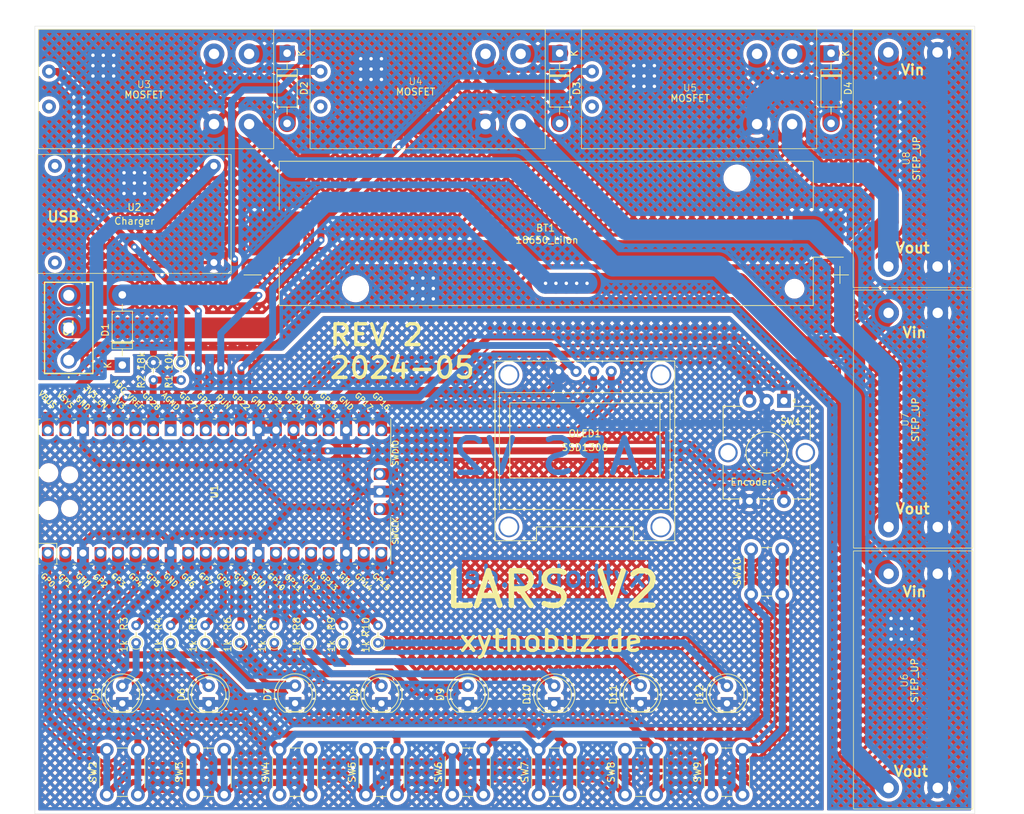
<source format=kicad_pcb>
(kicad_pcb
	(version 20240108)
	(generator "pcbnew")
	(generator_version "8.0")
	(general
		(thickness 1.6)
		(legacy_teardrops no)
	)
	(paper "A4")
	(title_block
		(title "LARS V2")
		(date "2024-05-14")
		(rev "2")
		(comment 1 "https://git.xythobuz.de/thomas/drumkit")
		(comment 2 "Licensed under the CERN-OHL-S-2.0+")
		(comment 4 "Copyright (c) 2024 Thomas Buck, Kauzerei")
	)
	(layers
		(0 "F.Cu" signal)
		(31 "B.Cu" signal)
		(32 "B.Adhes" user "B.Adhesive")
		(33 "F.Adhes" user "F.Adhesive")
		(34 "B.Paste" user)
		(35 "F.Paste" user)
		(36 "B.SilkS" user "B.Silkscreen")
		(37 "F.SilkS" user "F.Silkscreen")
		(38 "B.Mask" user)
		(39 "F.Mask" user)
		(40 "Dwgs.User" user "User.Drawings")
		(41 "Cmts.User" user "User.Comments")
		(42 "Eco1.User" user "User.Eco1")
		(43 "Eco2.User" user "User.Eco2")
		(44 "Edge.Cuts" user)
		(45 "Margin" user)
		(46 "B.CrtYd" user "B.Courtyard")
		(47 "F.CrtYd" user "F.Courtyard")
		(48 "B.Fab" user)
		(49 "F.Fab" user)
		(50 "User.1" user)
		(51 "User.2" user)
		(52 "User.3" user)
		(53 "User.4" user)
		(54 "User.5" user)
		(55 "User.6" user)
		(56 "User.7" user)
		(57 "User.8" user)
		(58 "User.9" user)
	)
	(setup
		(pad_to_mask_clearance 0)
		(allow_soldermask_bridges_in_footprints no)
		(pcbplotparams
			(layerselection 0x00010fc_ffffffff)
			(plot_on_all_layers_selection 0x0000000_00000000)
			(disableapertmacros no)
			(usegerberextensions no)
			(usegerberattributes yes)
			(usegerberadvancedattributes yes)
			(creategerberjobfile yes)
			(dashed_line_dash_ratio 12.000000)
			(dashed_line_gap_ratio 3.000000)
			(svgprecision 4)
			(plotframeref no)
			(viasonmask no)
			(mode 1)
			(useauxorigin no)
			(hpglpennumber 1)
			(hpglpenspeed 20)
			(hpglpendiameter 15.000000)
			(pdf_front_fp_property_popups yes)
			(pdf_back_fp_property_popups yes)
			(dxfpolygonmode yes)
			(dxfimperialunits yes)
			(dxfusepcbnewfont yes)
			(psnegative no)
			(psa4output no)
			(plotreference yes)
			(plotvalue yes)
			(plotfptext yes)
			(plotinvisibletext no)
			(sketchpadsonfab no)
			(subtractmaskfromsilk no)
			(outputformat 1)
			(mirror no)
			(drillshape 1)
			(scaleselection 1)
			(outputdirectory "")
		)
	)
	(net 0 "")
	(net 1 "unconnected-(U1-SWDIO-Pad43)")
	(net 2 "Net-(OLED1-SCL)")
	(net 3 "+BATT")
	(net 4 "unconnected-(U1-RUN-Pad30)")
	(net 5 "unconnected-(U1-ADC_VREF-Pad35)")
	(net 6 "Net-(OLED1-SDA)")
	(net 7 "Net-(U1-GPIO27_ADC1)")
	(net 8 "Net-(U1-GPIO0)")
	(net 9 "Net-(U1-GPIO3)")
	(net 10 "Net-(D1-K)")
	(net 11 "Net-(U1-GPIO4)")
	(net 12 "Net-(U1-GPIO20)")
	(net 13 "unconnected-(U1-VBUS-Pad40)")
	(net 14 "Net-(U1-GPIO28_ADC2)")
	(net 15 "unconnected-(U1-3V3_EN-Pad37)")
	(net 16 "Net-(U1-GPIO19)")
	(net 17 "Net-(U1-GPIO5)")
	(net 18 "Net-(U1-GPIO1)")
	(net 19 "Net-(U1-GPIO2)")
	(net 20 "unconnected-(U1-SWCLK-Pad41)")
	(net 21 "unconnected-(U1-AGND-Pad33)")
	(net 22 "Net-(D5-A)")
	(net 23 "Net-(D6-A)")
	(net 24 "unconnected-(U1-GPIO14-Pad19)")
	(net 25 "unconnected-(U1-GPIO15-Pad20)")
	(net 26 "Net-(U1-GPIO18)")
	(net 27 "+3.3V")
	(net 28 "-BATT")
	(net 29 "unconnected-(U2-Vin+-Pad1)")
	(net 30 "unconnected-(U2-Vin--Pad2)")
	(net 31 "Net-(D7-A)")
	(net 32 "Net-(D8-A)")
	(net 33 "Net-(D9-A)")
	(net 34 "Net-(D10-A)")
	(net 35 "Net-(D11-A)")
	(net 36 "Net-(D12-A)")
	(net 37 "Net-(U1-GPIO6)")
	(net 38 "Net-(U1-GPIO7)")
	(net 39 "Net-(D2-A)")
	(net 40 "Net-(D2-K)")
	(net 41 "unconnected-(U3-GND-Pad5)")
	(net 42 "Net-(D3-K)")
	(net 43 "Net-(D3-A)")
	(net 44 "unconnected-(U4-GND-Pad5)")
	(net 45 "Net-(D4-A)")
	(net 46 "Net-(D4-K)")
	(net 47 "Net-(U3-Vin+)")
	(net 48 "unconnected-(U5-GND-Pad5)")
	(net 49 "Net-(U4-Vin+)")
	(net 50 "Net-(U5-Vin+)")
	(net 51 "Net-(U1-GPIO8)")
	(net 52 "Net-(U1-GPIO9)")
	(net 53 "Net-(U1-GPIO10)")
	(net 54 "Net-(U1-GPIO11)")
	(net 55 "Net-(U1-GPIO12)")
	(net 56 "Net-(U1-GPIO13)")
	(net 57 "Net-(U1-GPIO22)")
	(net 58 "Net-(U1-GPIO26_ADC0)")
	(net 59 "Net-(BT1-+)")
	(net 60 "Net-(S1-NO)")
	(footprint "Button_Switch_THT:SW_PUSH_6mm_H5mm" (layer "F.Cu") (at 93.25 152 90))
	(footprint "chinese_modules:xy-mos" (layer "F.Cu") (at 117.406 41.244 180))
	(footprint "Resistor_THT:R_Axial_DIN0204_L3.6mm_D1.6mm_P2.54mm_Vertical" (layer "F.Cu") (at 122.5 130.04 90))
	(footprint "Button_Switch_THT:SW_PUSH_6mm_H5mm" (layer "F.Cu") (at 105.75 152 90))
	(footprint "Diode_THT:D_DO-41_SOD81_P10.16mm_Horizontal" (layer "F.Cu") (at 198.068 44.7 -90))
	(footprint "chinese_modules:dc-dc module" (layer "F.Cu") (at 208.388 57.28 -90))
	(footprint "Button_Switch_THT:SW_PUSH_6mm_H5mm" (layer "F.Cu") (at 155.75 152 90))
	(footprint "Rotary_Encoder:RotaryEncoder_Alps_EC12E-Switch_Vertical_H20mm_CircularMountingHoles" (layer "F.Cu") (at 191.25 95 -90))
	(footprint "Resistor_THT:R_Axial_DIN0204_L3.6mm_D1.6mm_P2.54mm_Vertical" (layer "F.Cu") (at 112.5 130.04 90))
	(footprint "Button_Switch_THT:SW_PUSH_6mm_H5mm" (layer "F.Cu") (at 130.75 152 90))
	(footprint "Button_Switch_THT:SW_PUSH_6mm_H5mm" (layer "F.Cu") (at 118.25 152 90))
	(footprint "Resistor_THT:R_Axial_DIN0204_L3.6mm_D1.6mm_P2.54mm_Vertical" (layer "F.Cu") (at 107.5 130.04 90))
	(footprint "KiCad-RP-Pico:RPi_Pico_SMD_TH" (layer "F.Cu") (at 108.85 108.14 90))
	(footprint "chinese_modules:dc-dc module" (layer "F.Cu") (at 208.42 94.98 -90))
	(footprint "Diode_THT:D_DO-41_SOD81_P10.16mm_Horizontal" (layer "F.Cu") (at 119.35 44.7 -90))
	(footprint "LED_THT:LED_D5.0mm" (layer "F.Cu") (at 183 138.79 90))
	(footprint "Resistor_THT:R_Axial_DIN0204_L3.6mm_D1.6mm_P2.54mm_Vertical" (layer "F.Cu") (at 97.5 130.04 90))
	(footprint "chinese_modules:xy-mos" (layer "F.Cu") (at 195.986 41.244 180))
	(footprint "ssd1306:SSD1306_0.96_Oled" (layer "F.Cu") (at 149.44 115.25))
	(footprint "LED_THT:LED_D5.0mm" (layer "F.Cu") (at 145.5 138.765 90))
	(footprint "Resistor_THT:R_Axial_DIN0204_L3.6mm_D1.6mm_P2.54mm_Vertical" (layer "F.Cu") (at 104 89.46 -90))
	(footprint "Diode_THT:D_DO-41_SOD81_P10.16mm_Horizontal" (layer "F.Cu") (at 95.5 89.83 90))
	(footprint "Battery:BatteryHolder_Keystone_1042_1x18650" (layer "F.Cu") (at 156.85 70.78 180))
	(footprint "Button_Switch_THT:SW_PUSH_6mm_H5mm" (layer "F.Cu") (at 168.25 152 90))
	(footprint "Diode_THT:D_DO-41_SOD81_P10.16mm_Horizontal" (layer "F.Cu") (at 158.786 44.7 -90))
	(footprint "LED_THT:LED_D5.0mm" (layer "F.Cu") (at 158 138.79 90))
	(footprint "LED_THT:LED_D5.0mm" (layer "F.Cu") (at 95.5 138.79 90))
	(footprint "5236ab:5236AB" (layer "F.Cu") (at 87.75 89.15 90))
	(footprint "Resistor_THT:R_Axial_DIN0204_L3.6mm_D1.6mm_P2.54mm_Vertical" (layer "F.Cu") (at 117.5 130.04 90))
	(footprint "Resistor_THT:R_Axial_DIN0204_L3.6mm_D1.6mm_P2.54mm_Vertical"
		(layer "F.Cu")
		(uuid "ac3a3093-53ef-4642-8b62-c5ed0aad4ec1")
		(at 100 89.46 -90)
		(descr "Resistor, Axial_DIN0204 series, Axial, Vertical, pin pitch=2.54mm, 0.167W, length*diameter=3.6*1.6mm^2, http://cdn-reichelt.de/documents/datenblatt/B400/1_4W%23YAG.pdf")
		(tags "Resistor Axial_DIN0204 series Axial Vertical pin pitch 2.54mm 0.167W length 3.6mm diameter 1.6mm")
		(property "Reference" "R2"
			(at 2.79 1.75 90)
			(layer "F.SilkS")
			(uuid "d9bc1676-862d-4499-9154-136703382cbf")
			(effects
				(font
					(size 1 1)
					(thickness 0.15)
				)
			)
		)
		(property "Value" "18k"
			(at -0.21 1.75 90)
			(layer "F.SilkS")
			(uuid "35c586c2-9fab-45db-9890-656351999645")
			(effects
				(font
					(size 1 1)
					(thickness 0.15)
				)
			)
		)
		(property "Footprint" "Resistor_THT:R_Axial_DIN0204_L3.6mm_D1.6mm_P2.54mm_Vertical"
			(at 0 0 -90)
			(unlocked yes)
			(layer "F.Fab")
			(hide yes)
			(uuid "af392ea2-8df6-4f02-ba80-bcfdd629974d")
			(effects
				(font
					(size 1.27 1.27)
				)
			)
		)
		(property "Datasheet" ""
			(at 0 0 -90)
			(unlocked yes)
			(layer "F.Fab")
			(hide yes)
			(uuid "dae415ac-4e51-4178-9f83-82cd0d8eb65a")
			(effects
				(font
					(size 1.27 1.27)
				)
			)
		)
		(property "Description" "Resistor"
			(at 0 0 -90)
			(unlocked yes)
			(layer "F.Fab")
			(hide yes)
			(uuid "d93a8ad7-8c13-4375-8c0e-c7c6a58bffe5")
			(effects
				(font
					(size 1.27 1.27)
				)
			)
		)
		(property ki_fp_filters "R_*")
		(path "/46b6a685-b12f-43e5-8162-62334b76c652")
		(sheetname "Root")
		(sheetfile "lars2.kicad_sch")
		(attr through_hole)
		(fp_line
			(start 0.92 0)
			(end 1.54 0)
			(stroke
				(width 0.12)
				(type solid)
			)
			(layer "F.SilkS")
			(uuid "510356df-a5c2-41a8-a711-5f11beb9c9bd")
		)
		(fp_circle
			(center 0 0)
			(end 0.92 0)
			(stroke
				(width 0.12)
				(type solid)
			)
			(fill none)
			(layer "F.SilkS")
			(uuid "ff53297c-652a-4c38-bce8-205cc8129147")
		)
		(fp_line
			(start -1.05 1.05)
			(end 3.49 1.05)
			(stroke
				(width 0.05)
				(type solid)
			)
			(layer "F.CrtYd")
			(uuid "1a692d31-f89d-4149-b762-c70465c06a75")
		)
		(fp_line
			(start 3.49 1.05)
			(end 3.49 -1.05)
			(stroke
				(width 0.05)
				(type solid)
			)
			(layer "F.CrtYd")
			(uuid "c5e6cc25-0c83-4253-a690-4fcc095d6d5f")
		)
		(fp_line
			(start -1.05 -1.05)
			(end -1.05 1.05)
			(stroke
				(width 0.05)
				(type solid)
			)
			(layer "F.CrtYd")
			(uuid "3148a880-daee-4c02-b8db-642d6ed45edd")
		)
		(fp_line
			(start 3.49 -1.05)
			(end -1.05 -1.05)
			(stroke
				(width 0.05)
				(type solid)
			)
			(layer "F.CrtYd")
			(uuid "c042bb11-bde5-4fe7-a668-704cc057d91c")
		)
		(fp_line
			(start 0 0)
			(end 2.54 0)
			(stroke
				(width 0.1)
				(type solid)
			)
			(layer "F.Fab")
			(uuid "8ac67f98-c5a7-4bb2-a0be-a1f30e8234e7")
		)
		(fp_circle
			(center 0 0)
			(end 0.8 0)
			(stroke
				(width 0.1)
				(type solid)
			)
			(fill none)
			(layer "F.Fab")
			(uuid "661935b0-a172-404d-a8d8-3f186d143e45")
		)
		(pad "1" thru_hole circle
			(at 0 0 270)
			(size 1.4 1.4)
			(drill 0.7)
			(layers "*.Cu" "*.Mask")
			(remove_unused_layers no)
			(net 28 "-BATT")
			(pintype "passive")
			(uuid "33c9f5e3-bd5f-4ef5-aed6-82526fdea878")
		)
		(pad "2" thru_hole oval
			(at 2.54 0 270)
			(size 1.4 1.4)
			(drill 0.7)
			(layers "*.Cu" "*.Mask")
			(remove_unused_layers no)
			(net 14 "Net-(U1-GPIO28_ADC2)")
			(pintype "passive")
			(uuid "4579d363-9903-4927-81e7-420b3b3744a1")
		)
		(model "${KICAD8_3DMODEL_DIR}/Resistor_THT.3dshapes/R_Axial_DIN0204_L3.6mm_D1.6mm_P2.54mm_Vertical.wrl"
			(offset
	
... [4452277 chars truncated]
</source>
